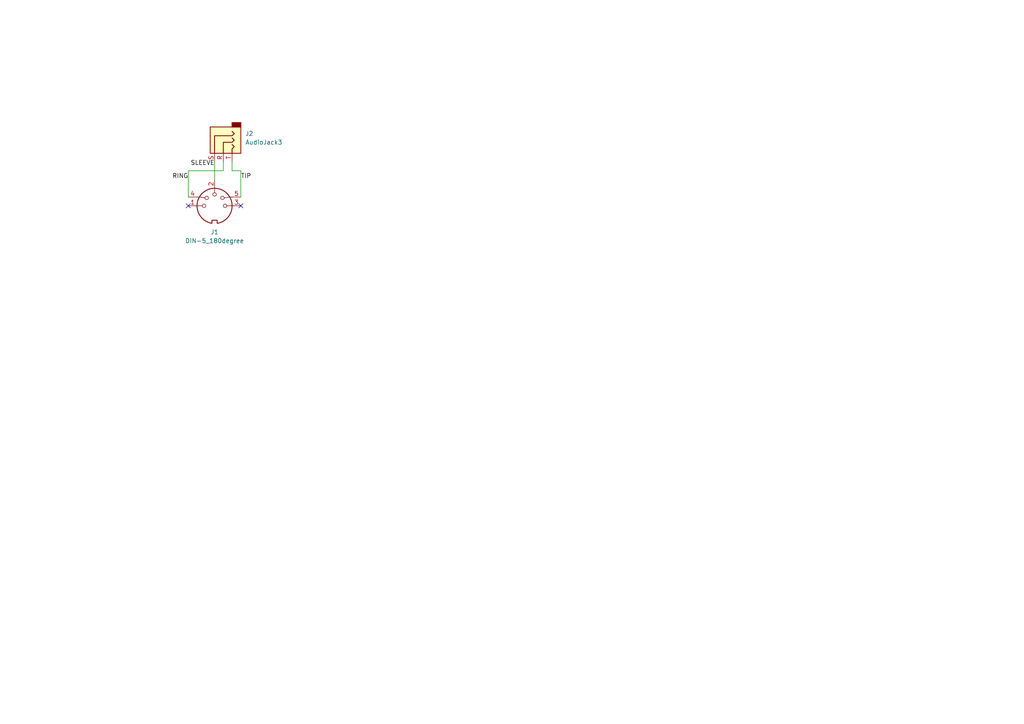
<source format=kicad_sch>
(kicad_sch (version 20211123) (generator eeschema)
  (paper "A4")
  (lib_symbols
    (symbol "Connector:AudioJack3"
      (property "Reference" "J" (at 0 8.89 0))
      (property "Value" "AudioJack3" (at 0 6.35 0))
      (symbol "AudioJack3_0_1"
        (rectangle (start -5.08 -5.08) (end -6.35 -2.54) (stroke (width 0.254)) (fill (type outline)))
        (polyline (pts (xy 0 -2.54) (xy 0.635 -3.175) (xy 1.27 -2.54) (xy 2.54 -2.54)) (stroke (width 0.254)))
        (polyline (pts (xy -1.905 -2.54) (xy -1.27 -3.175) (xy -0.635 -2.54) (xy -0.635 0) (xy 2.54 0)) (stroke (width 0.254)))
        (polyline (pts (xy 2.54 2.54) (xy -2.54 2.54) (xy -2.54 -2.54) (xy -3.175 -3.175) (xy -3.81 -2.54)) (stroke (width 0.254)))
        (rectangle (start 2.54 3.81) (end -5.08 -5.08) (stroke (width 0.254)) (fill (type background)))
      )
      (symbol "AudioJack3_1_1"
        (pin passive line (at 5.08 0 180) (length 2.54) (name "~") (number "R"))
        (pin passive line (at 5.08 2.54 180) (length 2.54) (name "~") (number "S"))
        (pin passive line (at 5.08 -2.54 180) (length 2.54) (name "~") (number "T"))
      )
    )
    (symbol "Connector:DIN-5_180degree" (pin_names (offset 1.016))
      (property "Reference" "J" (at 3.175 5.715 0))
      (property "Value" "DIN-5_180degree" (at 0 -6.35 0))
      (symbol "DIN-5_180degree_0_1"
        (arc (start -5.08 0) (mid -3.8609 -3.3364) (end -0.762 -5.08) (stroke (width 0.254)))
        (circle (center -3.048 0) (radius 0.508))
        (circle (center -2.286 2.286) (radius 0.508))
        (polyline (pts (xy -5.08 0) (xy -3.556 0)))
        (polyline (pts (xy 0 5.08) (xy 0 3.81)))
        (polyline (pts (xy 5.08 0) (xy 3.556 0)))
        (polyline (pts (xy -5.08 2.54) (xy -4.318 2.54) (xy -2.794 2.286)))
        (polyline (pts (xy 5.08 2.54) (xy 4.318 2.54) (xy 2.794 2.286)))
        (polyline (pts (xy -0.762 -4.953) (xy -0.762 -4.191) (xy 0.762 -4.191) (xy 0.762 -4.953)) (stroke (width 0.254)))
        (circle (center 0 3.302) (radius 0.508))
        (arc (start 0.762 -5.08) (mid 3.8685 -3.343) (end 5.08 0) (stroke (width 0.254)))
        (circle (center 2.286 2.286) (radius 0.508))
        (circle (center 3.048 0) (radius 0.508))
        (arc (start 5.08 0) (mid 0 5.08) (end -5.08 0) (stroke (width 0.254)))
      )
      (symbol "DIN-5_180degree_1_1"
        (pin passive line (at -7.62 0 0) (length 2.54) (name "~") (number "1"))
        (pin passive line (at 0 7.62 270) (length 2.54) (name "~") (number "2"))
        (pin passive line (at 7.62 0 180) (length 2.54) (name "~") (number "3"))
        (pin passive line (at -7.62 2.54 0) (length 2.54) (name "~") (number "4"))
        (pin passive line (at 7.62 2.54 180) (length 2.54) (name "~") (number "5"))
      )
    )
  )
  (no_connect (at 69.85 59.69))
  (no_connect (at 54.61 59.69))
  (wire (pts (xy 67.31 49.53) (xy 69.85 49.53)))
  (wire (pts (xy 67.31 49.53) (xy 67.31 46.99)))
  (wire (pts (xy 64.77 46.99) (xy 64.77 49.53)))
  (wire (pts (xy 62.23 46.99) (xy 62.23 52.07)))
  (wire (pts (xy 69.85 49.53) (xy 69.85 57.15)))
  (wire (pts (xy 64.77 49.53) (xy 54.61 49.53)))
  (wire (pts (xy 54.61 49.53) (xy 54.61 57.15)))
  (label "SLEEVE" (at 62.23 48.26 180))
  (label "RING" (at 54.61 52.07 180))
  (label "TIP" (at 69.85 52.07 0))
  (symbol (lib_id "Connector:DIN-5_180degree") (at 62.23 59.69 0) (unit 1)
    (property "Reference" "J1" (at 62.2301 67.31 0))
    (property "Value" "DIN-5_180degree" (at 62.2301 69.85 0))
    (property "Footprint" "Library:MIDI DIN5 jack straight" (effects hide))
    (property "Datasheet" "http://www.mouser.com/ds/2/18/40_c091_abd_e-75918.pdf" (effects hide))
  )
  (symbol (lib_id "Connector:AudioJack3") (at 64.77 41.91 90) (mirror x) (unit 1)
    (property "Reference" "J2" (at 71.12 38.7349 90) (effects (justify right)))
    (property "Value" "AudioJack3" (at 71.12 41.2749 90) (effects (justify right)))
    (property "Footprint" "Library:3.5mm TRS STX-3790-5N" (effects hide))
  )
)
</source>
